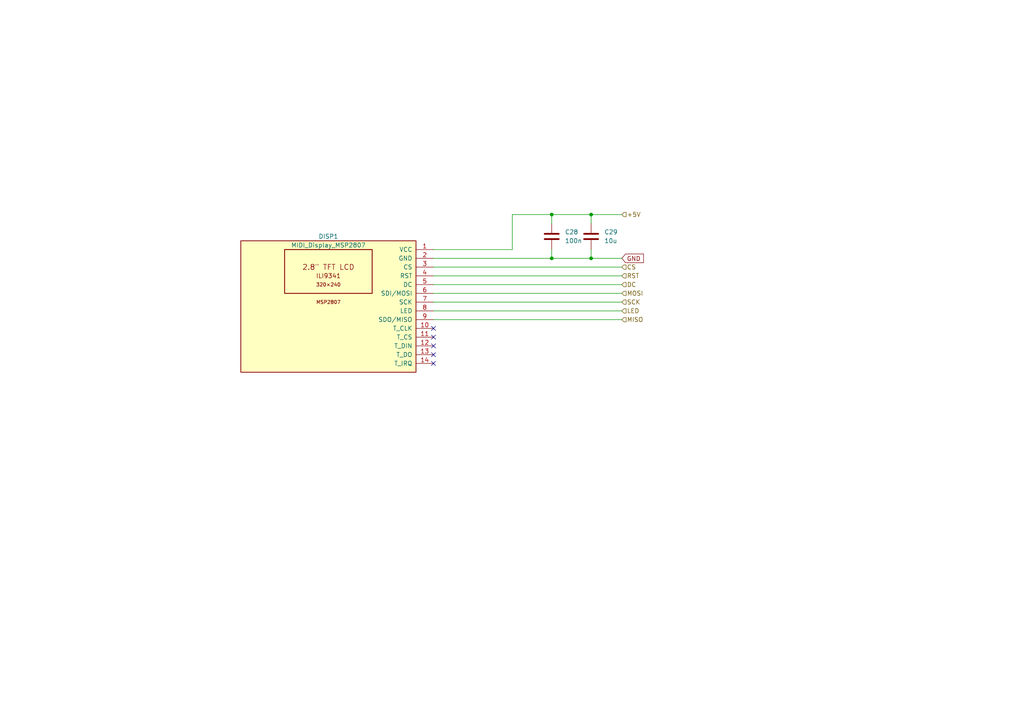
<source format=kicad_sch>
(kicad_sch (version 20250114) (generator "eeschema") (generator_version "9.0")
  (paper "A4")
  (lib_symbols
    (symbol "Device:C" (pin_numbers (hide yes)) (pin_names (offset 0.254))
      (property "Reference" "C" (at 0.635 2.54 0))
      (property "Value" "C" (at 0.635 -2.54 0))
      (symbol "C_0_1"
        (polyline (pts (xy -2.032 0.762) (xy 2.032 0.762)) (stroke (width 0.508)))
        (polyline (pts (xy -2.032 -0.762) (xy 2.032 -0.762)) (stroke (width 0.508)))
      )
      (symbol "C_1_1"
        (pin passive line (at 0 3.81 270) (length 2.794) (name "~") (number "1"))
        (pin passive line (at 0 -3.81 90) (length 2.794) (name "~") (number "2"))
      )
    )
    (symbol "midi_controller:MIDI_Display_MSP2807" (pin_names (offset 1.016))
      (property "Reference" "DISP" (at 0 24.13 0))
      (property "Value" "MIDI_Display_MSP2807" (at 0 21.59 0))
      (symbol "MIDI_Display_MSP2807_0_1"
        (rectangle (start -25.4 19.05) (end 25.4 -19.05) (stroke (width 0.254)) (fill (type background)))
        (rectangle (start -12.7 16.51) (end 12.7 3.81) (stroke (width 0.254)))
        (text "2.8\" TFT LCD" (at 0 11.43 0) (effects (font (size 1.524 1.524))))
        (text "ILI9341" (at 0 8.89 0) (effects (font (size 1.27 1.27))))
        (text "320×240" (at 0 6.35 0) (effects (font (size 1.016 1.016))))
        (text "MSP2807" (at 0 1.27 0) (effects (font (size 1.016 1.016))))
      )
      (symbol "MIDI_Display_MSP2807_1_1"
        (pin power_in line (at -30.48 16.51 0) (length 5.08) (name "VCC") (number "1"))
        (pin power_in line (at -30.48 13.97 0) (length 5.08) (name "GND") (number "2"))
        (pin input line (at -30.48 11.43 0) (length 5.08) (name "CS") (number "3"))
        (pin input line (at -30.48 8.89 0) (length 5.08) (name "RST") (number "4"))
        (pin input line (at -30.48 6.35 0) (length 5.08) (name "DC") (number "5"))
        (pin input line (at -30.48 3.81 0) (length 5.08) (name "SDI/MOSI") (number "6"))
        (pin input line (at -30.48 1.27 0) (length 5.08) (name "SCK") (number "7"))
        (pin input line (at -30.48 -1.27 0) (length 5.08) (name "LED") (number "8"))
        (pin output line (at -30.48 -3.81 0) (length 5.08) (name "SDO/MISO") (number "9"))
        (pin bidirectional line (at -30.48 -6.35 0) (length 5.08) (name "T_CLK") (number "10"))
        (pin input line (at -30.48 -8.89 0) (length 5.08) (name "T_CS") (number "11"))
        (pin bidirectional line (at -30.48 -11.43 0) (length 5.08) (name "T_DIN") (number "12"))
        (pin output line (at -30.48 -13.97 0) (length 5.08) (name "T_DO") (number "13"))
        (pin input line (at -30.48 -16.51 0) (length 5.08) (name "T_IRQ") (number "14"))
      )
    )
  )
  (junction (at 171.45 62.23))
  (junction (at 160.02 62.23))
  (junction (at 171.45 74.93))
  (junction (at 160.02 74.93))
  (no_connect (at 125.73 105.41))
  (no_connect (at 125.73 97.79))
  (no_connect (at 125.73 102.87))
  (no_connect (at 125.73 95.25))
  (no_connect (at 125.73 100.33))
  (wire (pts (xy 160.02 74.93) (xy 171.45 74.93)))
  (wire (pts (xy 171.45 62.23) (xy 180.34 62.23)))
  (wire (pts (xy 125.73 85.09) (xy 180.34 85.09)))
  (wire (pts (xy 125.73 82.55) (xy 180.34 82.55)))
  (wire (pts (xy 160.02 62.23) (xy 160.02 64.77)))
  (wire (pts (xy 171.45 74.93) (xy 180.34 74.93)))
  (wire (pts (xy 125.73 92.71) (xy 180.34 92.71)))
  (wire (pts (xy 125.73 90.17) (xy 180.34 90.17)))
  (wire (pts (xy 125.73 72.39) (xy 148.59 72.39)))
  (wire (pts (xy 125.73 77.47) (xy 180.34 77.47)))
  (wire (pts (xy 125.73 80.01) (xy 180.34 80.01)))
  (wire (pts (xy 171.45 62.23) (xy 171.45 64.77)))
  (wire (pts (xy 160.02 72.39) (xy 160.02 74.93)))
  (wire (pts (xy 160.02 62.23) (xy 171.45 62.23)))
  (wire (pts (xy 125.73 87.63) (xy 180.34 87.63)))
  (wire (pts (xy 148.59 62.23) (xy 160.02 62.23)))
  (wire (pts (xy 171.45 72.39) (xy 171.45 74.93)))
  (wire (pts (xy 148.59 62.23) (xy 148.59 72.39)))
  (wire (pts (xy 125.73 74.93) (xy 160.02 74.93)))
  (global_label "GND" (shape input) (at 180.34 74.93 0) (property "Intersheetrefs" "${INTERSHEET_REFS}" (effects (hide yes))))
  (hierarchical_label "+5V" (shape input) (at 180.34 62.23 0))
  (hierarchical_label "MOSI" (shape input) (at 180.34 85.09 0))
  (hierarchical_label "DC" (shape input) (at 180.34 82.55 0))
  (hierarchical_label "SCK" (shape input) (at 180.34 87.63 0))
  (hierarchical_label "MISO" (shape input) (at 180.34 92.71 0))
  (hierarchical_label "CS" (shape input) (at 180.34 77.47 0))
  (hierarchical_label "RST" (shape input) (at 180.34 80.01 0))
  (hierarchical_label "LED" (shape input) (at 180.34 90.17 0))
  (symbol (lib_id "Device:C") (at 171.45 68.58 0) (unit 1)
    (property "Reference" "C29" (at 175.26 67.3099 0) (effects (justify left)))
    (property "Value" "10u" (at 175.26 69.8499 0) (effects (justify left)))
    (property "Footprint" "Capacitor_SMD:C_0805_2012Metric" (effects (hide yes)))
    (property "Description" "Unpolarized capacitor" (effects (hide yes)))
    (property "LCSC" "C1713" (effects (hide yes)))
    (property "Display" "10u" (effects (hide yes)))
    (property "JLCPCB ID" "C1713" (effects (hide yes)))
    (property "Manufacturer" "Taiyo Yuden" (effects (hide yes)))
    (property "Part Number" "EMK212ABJ106KG-T" (effects (hide yes)))
    (property "Specifications" "10uF, Min. 16V, ESR<=20mΩ@1MHz, 0805, MLCC" (effects (hide yes)))
  )
  (symbol (lib_id "midi_controller:MIDI_Display_MSP2807") (at 95.25 88.9 0) (mirror y) (unit 1) (in_bom no)
    (property "Reference" "DISP1" (at 95.25 68.58 0))
    (property "Value" "MIDI_Display_MSP2807" (at 95.25 71.12 0))
    (property "Footprint" "midi_controller:MSP2807_ILI9341_Display" (effects (hide yes)))
    (property "Datasheet" "https://www.lcdwiki.com/2.8inch_SPI_Module_ILI9341_SKU:MSP2807" (effects (hide yes)))
    (property "Description" "2.8 inch TFT LCD Display Module, ILI9341 driver, 320x240 resolution, SPI interface with touch" (effects (hide yes)))
  )
  (symbol (lib_id "Device:C") (at 160.02 68.58 180) (unit 1)
    (property "Reference" "C28" (at 163.83 67.3099 0) (effects (justify right)))
    (property "Value" "100n" (at 163.83 69.8499 0) (effects (justify right)))
    (property "Footprint" "Capacitor_SMD:C_0805_2012Metric" (effects (hide yes)))
    (property "Description" "Unpolarized capacitor" (effects (hide yes)))
    (property "LCSC" "C1711" (effects (hide yes)))
  )
)
</source>
